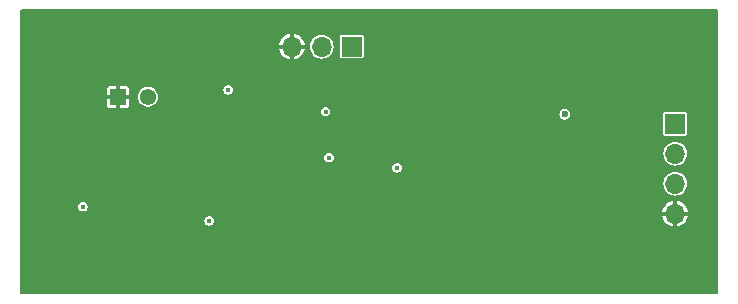
<source format=gbr>
%TF.GenerationSoftware,KiCad,Pcbnew,8.0.3-8.0.3-0~ubuntu24.04.1*%
%TF.CreationDate,2024-07-26T22:38:26-04:00*%
%TF.ProjectId,Microphone_ADC,4d696372-6f70-4686-9f6e-655f4144432e,rev?*%
%TF.SameCoordinates,Original*%
%TF.FileFunction,Copper,L3,Inr*%
%TF.FilePolarity,Positive*%
%FSLAX46Y46*%
G04 Gerber Fmt 4.6, Leading zero omitted, Abs format (unit mm)*
G04 Created by KiCad (PCBNEW 8.0.3-8.0.3-0~ubuntu24.04.1) date 2024-07-26 22:38:26*
%MOMM*%
%LPD*%
G01*
G04 APERTURE LIST*
%TA.AperFunction,ComponentPad*%
%ADD10R,1.700000X1.700000*%
%TD*%
%TA.AperFunction,ComponentPad*%
%ADD11O,1.700000X1.700000*%
%TD*%
%TA.AperFunction,ComponentPad*%
%ADD12R,1.378000X1.378000*%
%TD*%
%TA.AperFunction,ComponentPad*%
%ADD13C,1.378000*%
%TD*%
%TA.AperFunction,ViaPad*%
%ADD14C,0.450000*%
%TD*%
%TA.AperFunction,ViaPad*%
%ADD15C,0.600000*%
%TD*%
G04 APERTURE END LIST*
D10*
%TO.N,+3.3V*%
%TO.C,J3*%
X140112500Y-84100000D03*
D11*
%TO.N,Net-(J3-Pin_2)*%
X137572500Y-84100000D03*
%TO.N,GND*%
X135032500Y-84100000D03*
%TD*%
D12*
%TO.N,GND*%
%TO.C,MK1*%
X120317500Y-88350000D03*
D13*
%TO.N,Net-(C1-Pad2)*%
X122857500Y-88350000D03*
%TD*%
D10*
%TO.N,+3.3V*%
%TO.C,J1*%
X167500000Y-90630000D03*
D11*
%TO.N,/SDA*%
X167500000Y-93170000D03*
%TO.N,/SCL*%
X167500000Y-95710000D03*
%TO.N,GND*%
X167500000Y-98250000D03*
%TD*%
D14*
%TO.N,GND*%
X147050000Y-90100000D03*
X145850000Y-89950000D03*
X144800000Y-90050000D03*
X150950000Y-91950000D03*
X151800000Y-92050000D03*
X152750000Y-92000000D03*
X153050000Y-93250000D03*
X151850000Y-93250000D03*
X150100000Y-93300000D03*
X148550000Y-93050000D03*
X147350000Y-93050000D03*
X144950000Y-92900000D03*
X144050000Y-92900000D03*
X139750000Y-92100000D03*
X135537500Y-92350000D03*
D15*
X163600000Y-94580000D03*
D14*
X152974100Y-91105450D03*
X136600000Y-91200000D03*
X123300000Y-90950000D03*
X141200000Y-90750000D03*
D15*
X159200000Y-94280000D03*
D14*
X126350000Y-89100000D03*
X124950000Y-90900000D03*
X141450000Y-92100000D03*
X134487500Y-92350000D03*
X134487500Y-93200000D03*
X140650000Y-92100000D03*
X152324100Y-90705450D03*
X128300000Y-89100000D03*
X134487500Y-94100000D03*
X124300000Y-88800000D03*
X128450000Y-90900000D03*
X153724100Y-91655450D03*
X122450000Y-90700000D03*
X133250000Y-89300000D03*
X130850000Y-91450000D03*
X140250000Y-90700000D03*
D15*
X160100000Y-85930000D03*
D14*
X121900000Y-89700000D03*
D15*
X162950000Y-85530000D03*
D14*
X126600000Y-91000000D03*
X143000000Y-92750000D03*
D15*
X163000000Y-88980000D03*
D14*
X125300000Y-88950000D03*
X133200000Y-90450000D03*
X135537500Y-94100000D03*
X135487500Y-93250000D03*
X127300000Y-89100000D03*
X129311779Y-91458175D03*
D15*
X159300000Y-88180000D03*
D14*
X132200000Y-88600000D03*
D15*
X159650000Y-96180000D03*
%TO.N,/SDA*%
X158150000Y-89830000D03*
D14*
%TO.N,Net-(C1-Pad2)*%
X129650000Y-87750000D03*
X128050000Y-98850000D03*
%TO.N,Net-(U2-CG)*%
X137900000Y-89600000D03*
X138187500Y-93500000D03*
%TO.N,VDDA*%
X143950000Y-94350000D03*
X117350000Y-97650000D03*
%TD*%
%TA.AperFunction,Conductor*%
%TO.N,GND*%
G36*
X171092539Y-80970185D02*
G01*
X171138294Y-81022989D01*
X171149500Y-81074500D01*
X171149500Y-104925500D01*
X171129815Y-104992539D01*
X171077011Y-105038294D01*
X171025500Y-105049500D01*
X112174500Y-105049500D01*
X112107461Y-105029815D01*
X112061706Y-104977011D01*
X112050500Y-104925500D01*
X112050500Y-98849996D01*
X127644508Y-98849996D01*
X127644508Y-98850003D01*
X127664352Y-98975300D01*
X127664352Y-98975301D01*
X127664354Y-98975304D01*
X127721950Y-99088342D01*
X127721952Y-99088344D01*
X127721954Y-99088347D01*
X127811652Y-99178045D01*
X127811654Y-99178046D01*
X127811658Y-99178050D01*
X127924696Y-99235646D01*
X127924697Y-99235646D01*
X127924699Y-99235647D01*
X128049997Y-99255492D01*
X128050000Y-99255492D01*
X128050003Y-99255492D01*
X128175300Y-99235647D01*
X128175301Y-99235647D01*
X128175302Y-99235646D01*
X128175304Y-99235646D01*
X128288342Y-99178050D01*
X128378050Y-99088342D01*
X128435646Y-98975304D01*
X128435646Y-98975302D01*
X128435647Y-98975301D01*
X128435647Y-98975300D01*
X128455492Y-98850003D01*
X128455492Y-98849996D01*
X128435647Y-98724699D01*
X128435647Y-98724698D01*
X128431177Y-98715925D01*
X128378050Y-98611658D01*
X128378046Y-98611654D01*
X128378045Y-98611652D01*
X128288347Y-98521954D01*
X128288344Y-98521952D01*
X128288342Y-98521950D01*
X128175304Y-98464354D01*
X128175303Y-98464353D01*
X128175300Y-98464352D01*
X128050003Y-98444508D01*
X128049997Y-98444508D01*
X127924699Y-98464352D01*
X127924698Y-98464352D01*
X127849337Y-98502751D01*
X127811658Y-98521950D01*
X127811657Y-98521951D01*
X127811652Y-98521954D01*
X127721954Y-98611652D01*
X127721951Y-98611657D01*
X127664352Y-98724698D01*
X127664352Y-98724699D01*
X127644508Y-98849996D01*
X112050500Y-98849996D01*
X112050500Y-98075000D01*
X166411503Y-98075000D01*
X167029254Y-98075000D01*
X167000000Y-98184174D01*
X167000000Y-98315826D01*
X167029254Y-98425000D01*
X166411503Y-98425000D01*
X166414097Y-98452990D01*
X166414097Y-98452993D01*
X166469883Y-98649063D01*
X166469886Y-98649069D01*
X166560754Y-98831556D01*
X166683608Y-98994242D01*
X166834260Y-99131578D01*
X167007584Y-99238897D01*
X167197677Y-99312539D01*
X167325000Y-99336339D01*
X167325000Y-98720746D01*
X167434174Y-98750000D01*
X167565826Y-98750000D01*
X167675000Y-98720746D01*
X167675000Y-99336339D01*
X167802322Y-99312539D01*
X167992415Y-99238897D01*
X168165739Y-99131578D01*
X168316391Y-98994242D01*
X168439245Y-98831556D01*
X168530113Y-98649069D01*
X168530116Y-98649063D01*
X168585902Y-98452993D01*
X168585902Y-98452990D01*
X168588497Y-98425000D01*
X167970746Y-98425000D01*
X168000000Y-98315826D01*
X168000000Y-98184174D01*
X167970746Y-98075000D01*
X168588496Y-98075000D01*
X168585902Y-98047009D01*
X168585902Y-98047006D01*
X168530116Y-97850936D01*
X168530113Y-97850930D01*
X168439245Y-97668443D01*
X168316391Y-97505757D01*
X168165739Y-97368421D01*
X167992415Y-97261102D01*
X167802321Y-97187460D01*
X167675000Y-97163659D01*
X167675000Y-97779253D01*
X167565826Y-97750000D01*
X167434174Y-97750000D01*
X167325000Y-97779253D01*
X167325000Y-97163659D01*
X167197678Y-97187460D01*
X167007584Y-97261102D01*
X166834260Y-97368421D01*
X166683608Y-97505757D01*
X166560754Y-97668443D01*
X166469886Y-97850930D01*
X166469883Y-97850936D01*
X166414097Y-98047006D01*
X166414097Y-98047009D01*
X166411503Y-98075000D01*
X112050500Y-98075000D01*
X112050500Y-97649996D01*
X116944508Y-97649996D01*
X116944508Y-97650003D01*
X116964352Y-97775300D01*
X116964352Y-97775301D01*
X116964354Y-97775304D01*
X117021950Y-97888342D01*
X117021952Y-97888344D01*
X117021954Y-97888347D01*
X117111652Y-97978045D01*
X117111654Y-97978046D01*
X117111658Y-97978050D01*
X117224696Y-98035646D01*
X117224697Y-98035646D01*
X117224699Y-98035647D01*
X117349997Y-98055492D01*
X117350000Y-98055492D01*
X117350003Y-98055492D01*
X117475300Y-98035647D01*
X117475301Y-98035647D01*
X117475302Y-98035646D01*
X117475304Y-98035646D01*
X117588342Y-97978050D01*
X117678050Y-97888342D01*
X117735646Y-97775304D01*
X117735646Y-97775302D01*
X117735647Y-97775301D01*
X117735647Y-97775300D01*
X117755492Y-97650003D01*
X117755492Y-97649996D01*
X117735647Y-97524699D01*
X117735647Y-97524698D01*
X117725996Y-97505757D01*
X117678050Y-97411658D01*
X117678046Y-97411654D01*
X117678045Y-97411652D01*
X117588347Y-97321954D01*
X117588344Y-97321952D01*
X117588342Y-97321950D01*
X117475304Y-97264354D01*
X117475303Y-97264353D01*
X117475300Y-97264352D01*
X117350003Y-97244508D01*
X117349997Y-97244508D01*
X117224699Y-97264352D01*
X117224698Y-97264352D01*
X117149337Y-97302751D01*
X117111658Y-97321950D01*
X117111657Y-97321951D01*
X117111652Y-97321954D01*
X117021954Y-97411652D01*
X117021951Y-97411657D01*
X116964352Y-97524698D01*
X116964352Y-97524699D01*
X116944508Y-97649996D01*
X112050500Y-97649996D01*
X112050500Y-95710000D01*
X166494659Y-95710000D01*
X166513975Y-95906129D01*
X166571188Y-96094733D01*
X166664086Y-96268532D01*
X166664090Y-96268539D01*
X166789116Y-96420883D01*
X166941460Y-96545909D01*
X166941467Y-96545913D01*
X167115266Y-96638811D01*
X167115269Y-96638811D01*
X167115273Y-96638814D01*
X167303868Y-96696024D01*
X167500000Y-96715341D01*
X167696132Y-96696024D01*
X167884727Y-96638814D01*
X168058538Y-96545910D01*
X168210883Y-96420883D01*
X168335910Y-96268538D01*
X168428814Y-96094727D01*
X168486024Y-95906132D01*
X168505341Y-95710000D01*
X168486024Y-95513868D01*
X168428814Y-95325273D01*
X168428811Y-95325269D01*
X168428811Y-95325266D01*
X168335913Y-95151467D01*
X168335909Y-95151460D01*
X168210883Y-94999116D01*
X168058539Y-94874090D01*
X168058532Y-94874086D01*
X167884733Y-94781188D01*
X167884727Y-94781186D01*
X167696132Y-94723976D01*
X167696129Y-94723975D01*
X167500000Y-94704659D01*
X167303870Y-94723975D01*
X167115266Y-94781188D01*
X166941467Y-94874086D01*
X166941460Y-94874090D01*
X166789116Y-94999116D01*
X166664090Y-95151460D01*
X166664086Y-95151467D01*
X166571188Y-95325266D01*
X166513975Y-95513870D01*
X166494659Y-95710000D01*
X112050500Y-95710000D01*
X112050500Y-94349996D01*
X143544508Y-94349996D01*
X143544508Y-94350003D01*
X143564352Y-94475300D01*
X143564352Y-94475301D01*
X143564354Y-94475304D01*
X143621950Y-94588342D01*
X143621952Y-94588344D01*
X143621954Y-94588347D01*
X143711652Y-94678045D01*
X143711654Y-94678046D01*
X143711658Y-94678050D01*
X143824696Y-94735646D01*
X143824697Y-94735646D01*
X143824699Y-94735647D01*
X143949997Y-94755492D01*
X143950000Y-94755492D01*
X143950003Y-94755492D01*
X144075300Y-94735647D01*
X144075301Y-94735647D01*
X144075302Y-94735646D01*
X144075304Y-94735646D01*
X144188342Y-94678050D01*
X144278050Y-94588342D01*
X144335646Y-94475304D01*
X144335646Y-94475302D01*
X144335647Y-94475301D01*
X144335647Y-94475300D01*
X144355492Y-94350003D01*
X144355492Y-94349996D01*
X144335647Y-94224699D01*
X144335647Y-94224698D01*
X144310498Y-94175341D01*
X144278050Y-94111658D01*
X144278046Y-94111654D01*
X144278045Y-94111652D01*
X144188347Y-94021954D01*
X144188344Y-94021952D01*
X144188342Y-94021950D01*
X144075304Y-93964354D01*
X144075303Y-93964353D01*
X144075300Y-93964352D01*
X143950003Y-93944508D01*
X143949997Y-93944508D01*
X143824699Y-93964352D01*
X143824698Y-93964352D01*
X143749337Y-94002751D01*
X143711658Y-94021950D01*
X143711657Y-94021951D01*
X143711652Y-94021954D01*
X143621954Y-94111652D01*
X143621951Y-94111657D01*
X143564352Y-94224698D01*
X143564352Y-94224699D01*
X143544508Y-94349996D01*
X112050500Y-94349996D01*
X112050500Y-93499996D01*
X137782008Y-93499996D01*
X137782008Y-93500003D01*
X137801852Y-93625300D01*
X137801852Y-93625301D01*
X137801854Y-93625304D01*
X137859450Y-93738342D01*
X137859452Y-93738344D01*
X137859454Y-93738347D01*
X137949152Y-93828045D01*
X137949154Y-93828046D01*
X137949158Y-93828050D01*
X138062196Y-93885646D01*
X138062197Y-93885646D01*
X138062199Y-93885647D01*
X138187497Y-93905492D01*
X138187500Y-93905492D01*
X138187503Y-93905492D01*
X138312800Y-93885647D01*
X138312801Y-93885647D01*
X138312802Y-93885646D01*
X138312804Y-93885646D01*
X138425842Y-93828050D01*
X138515550Y-93738342D01*
X138573146Y-93625304D01*
X138573146Y-93625302D01*
X138573147Y-93625301D01*
X138573147Y-93625300D01*
X138592992Y-93500003D01*
X138592992Y-93499996D01*
X138573147Y-93374699D01*
X138573147Y-93374698D01*
X138568781Y-93366129D01*
X138515550Y-93261658D01*
X138515546Y-93261654D01*
X138515545Y-93261652D01*
X138425847Y-93171954D01*
X138425844Y-93171952D01*
X138425842Y-93171950D01*
X138422015Y-93170000D01*
X166494659Y-93170000D01*
X166513975Y-93366129D01*
X166513976Y-93366132D01*
X166554583Y-93499996D01*
X166571188Y-93554733D01*
X166664086Y-93728532D01*
X166664090Y-93728539D01*
X166789116Y-93880883D01*
X166941460Y-94005909D01*
X166941467Y-94005913D01*
X167115266Y-94098811D01*
X167115269Y-94098811D01*
X167115273Y-94098814D01*
X167303868Y-94156024D01*
X167500000Y-94175341D01*
X167696132Y-94156024D01*
X167884727Y-94098814D01*
X168058538Y-94005910D01*
X168210883Y-93880883D01*
X168335910Y-93728538D01*
X168428814Y-93554727D01*
X168486024Y-93366132D01*
X168505341Y-93170000D01*
X168486024Y-92973868D01*
X168428814Y-92785273D01*
X168428811Y-92785269D01*
X168428811Y-92785266D01*
X168335913Y-92611467D01*
X168335909Y-92611460D01*
X168210883Y-92459116D01*
X168058539Y-92334090D01*
X168058532Y-92334086D01*
X167884733Y-92241188D01*
X167884727Y-92241186D01*
X167696132Y-92183976D01*
X167696129Y-92183975D01*
X167500000Y-92164659D01*
X167303870Y-92183975D01*
X167115266Y-92241188D01*
X166941467Y-92334086D01*
X166941460Y-92334090D01*
X166789116Y-92459116D01*
X166664090Y-92611460D01*
X166664086Y-92611467D01*
X166571188Y-92785266D01*
X166513975Y-92973870D01*
X166494659Y-93170000D01*
X138422015Y-93170000D01*
X138312804Y-93114354D01*
X138312803Y-93114353D01*
X138312800Y-93114352D01*
X138187503Y-93094508D01*
X138187497Y-93094508D01*
X138062199Y-93114352D01*
X138062198Y-93114352D01*
X137986837Y-93152751D01*
X137949158Y-93171950D01*
X137949157Y-93171951D01*
X137949152Y-93171954D01*
X137859454Y-93261652D01*
X137859451Y-93261657D01*
X137801852Y-93374698D01*
X137801852Y-93374699D01*
X137782008Y-93499996D01*
X112050500Y-93499996D01*
X112050500Y-91494822D01*
X166499499Y-91494822D01*
X166508231Y-91538717D01*
X166508232Y-91538721D01*
X166508233Y-91538722D01*
X166541496Y-91588504D01*
X166591278Y-91621767D01*
X166591281Y-91621767D01*
X166591282Y-91621768D01*
X166635177Y-91630500D01*
X166635180Y-91630500D01*
X168364822Y-91630500D01*
X168408717Y-91621768D01*
X168408717Y-91621767D01*
X168408722Y-91621767D01*
X168458504Y-91588504D01*
X168491767Y-91538722D01*
X168500500Y-91494820D01*
X168500500Y-89765180D01*
X168500500Y-89765177D01*
X168491768Y-89721282D01*
X168491767Y-89721281D01*
X168491767Y-89721278D01*
X168458504Y-89671496D01*
X168458503Y-89671495D01*
X168408724Y-89638234D01*
X168408717Y-89638231D01*
X168364822Y-89629500D01*
X168364820Y-89629500D01*
X166635180Y-89629500D01*
X166635178Y-89629500D01*
X166591282Y-89638231D01*
X166591275Y-89638234D01*
X166541496Y-89671495D01*
X166541495Y-89671496D01*
X166508234Y-89721275D01*
X166508231Y-89721282D01*
X166499500Y-89765177D01*
X166499500Y-89765180D01*
X166499500Y-91494820D01*
X166499500Y-91494822D01*
X166499499Y-91494822D01*
X112050500Y-91494822D01*
X112050500Y-89599996D01*
X137494508Y-89599996D01*
X137494508Y-89600003D01*
X137514352Y-89725300D01*
X137514352Y-89725301D01*
X137514354Y-89725304D01*
X137571950Y-89838342D01*
X137571952Y-89838344D01*
X137571954Y-89838347D01*
X137661652Y-89928045D01*
X137661654Y-89928046D01*
X137661658Y-89928050D01*
X137774696Y-89985646D01*
X137774697Y-89985646D01*
X137774699Y-89985647D01*
X137899997Y-90005492D01*
X137900000Y-90005492D01*
X137900003Y-90005492D01*
X138025300Y-89985647D01*
X138025301Y-89985647D01*
X138025302Y-89985646D01*
X138025304Y-89985646D01*
X138138342Y-89928050D01*
X138228050Y-89838342D01*
X138232300Y-89830000D01*
X157694867Y-89830000D01*
X157713302Y-89958225D01*
X157734889Y-90005492D01*
X157767118Y-90076063D01*
X157851951Y-90173967D01*
X157960931Y-90244004D01*
X158085225Y-90280499D01*
X158085227Y-90280500D01*
X158085228Y-90280500D01*
X158214773Y-90280500D01*
X158214773Y-90280499D01*
X158339069Y-90244004D01*
X158448049Y-90173967D01*
X158532882Y-90076063D01*
X158586697Y-89958226D01*
X158605133Y-89830000D01*
X158586697Y-89701774D01*
X158532882Y-89583937D01*
X158448049Y-89486033D01*
X158339069Y-89415996D01*
X158339065Y-89415994D01*
X158339064Y-89415994D01*
X158214774Y-89379500D01*
X158214772Y-89379500D01*
X158085228Y-89379500D01*
X158085226Y-89379500D01*
X157960935Y-89415994D01*
X157960932Y-89415995D01*
X157960931Y-89415996D01*
X157909677Y-89448934D01*
X157851950Y-89486033D01*
X157767118Y-89583937D01*
X157767117Y-89583938D01*
X157713302Y-89701774D01*
X157694867Y-89830000D01*
X138232300Y-89830000D01*
X138285646Y-89725304D01*
X138285646Y-89725302D01*
X138285647Y-89725301D01*
X138285647Y-89725300D01*
X138305492Y-89600003D01*
X138305492Y-89599996D01*
X138285647Y-89474699D01*
X138285647Y-89474698D01*
X138285646Y-89474696D01*
X138228050Y-89361658D01*
X138228046Y-89361654D01*
X138228045Y-89361652D01*
X138138347Y-89271954D01*
X138138344Y-89271952D01*
X138138342Y-89271950D01*
X138025304Y-89214354D01*
X138025303Y-89214353D01*
X138025300Y-89214352D01*
X137900003Y-89194508D01*
X137899997Y-89194508D01*
X137774699Y-89214352D01*
X137774698Y-89214352D01*
X137699337Y-89252751D01*
X137661658Y-89271950D01*
X137661657Y-89271951D01*
X137661652Y-89271954D01*
X137571954Y-89361652D01*
X137571951Y-89361657D01*
X137514352Y-89474698D01*
X137514352Y-89474699D01*
X137494508Y-89599996D01*
X112050500Y-89599996D01*
X112050500Y-87636371D01*
X119378500Y-87636371D01*
X119378500Y-88175000D01*
X119916241Y-88175000D01*
X119912144Y-88182096D01*
X119882500Y-88292731D01*
X119882500Y-88407269D01*
X119912144Y-88517904D01*
X119916241Y-88525000D01*
X119378500Y-88525000D01*
X119378500Y-89063628D01*
X119393003Y-89136540D01*
X119393005Y-89136544D01*
X119448260Y-89219239D01*
X119530955Y-89274494D01*
X119530959Y-89274496D01*
X119603871Y-89288999D01*
X119603874Y-89289000D01*
X120142500Y-89289000D01*
X120142500Y-88751259D01*
X120149596Y-88755356D01*
X120260231Y-88785000D01*
X120374769Y-88785000D01*
X120485404Y-88755356D01*
X120492500Y-88751259D01*
X120492500Y-89289000D01*
X121031126Y-89289000D01*
X121031128Y-89288999D01*
X121104040Y-89274496D01*
X121104044Y-89274494D01*
X121186739Y-89219239D01*
X121241994Y-89136544D01*
X121241996Y-89136540D01*
X121256499Y-89063628D01*
X121256500Y-89063626D01*
X121256500Y-88525000D01*
X120718759Y-88525000D01*
X120722856Y-88517904D01*
X120752500Y-88407269D01*
X120752500Y-88350000D01*
X122013376Y-88350000D01*
X122031822Y-88525504D01*
X122031823Y-88525506D01*
X122086354Y-88693338D01*
X122086355Y-88693339D01*
X122122161Y-88755356D01*
X122174589Y-88846164D01*
X122292671Y-88977306D01*
X122411482Y-89063628D01*
X122435438Y-89081033D01*
X122596646Y-89152808D01*
X122596651Y-89152810D01*
X122769265Y-89189500D01*
X122769266Y-89189500D01*
X122945733Y-89189500D01*
X122945735Y-89189500D01*
X123118349Y-89152810D01*
X123279562Y-89081033D01*
X123422329Y-88977306D01*
X123540411Y-88846164D01*
X123628646Y-88693336D01*
X123683178Y-88525503D01*
X123701624Y-88350000D01*
X123683178Y-88174497D01*
X123628646Y-88006664D01*
X123628645Y-88006663D01*
X123628645Y-88006661D01*
X123628644Y-88006660D01*
X123575724Y-87915000D01*
X123540411Y-87853836D01*
X123446912Y-87749996D01*
X129244508Y-87749996D01*
X129244508Y-87750003D01*
X129264352Y-87875300D01*
X129264352Y-87875301D01*
X129264354Y-87875304D01*
X129321950Y-87988342D01*
X129321952Y-87988344D01*
X129321954Y-87988347D01*
X129411652Y-88078045D01*
X129411654Y-88078046D01*
X129411658Y-88078050D01*
X129524696Y-88135646D01*
X129524697Y-88135646D01*
X129524699Y-88135647D01*
X129649997Y-88155492D01*
X129650000Y-88155492D01*
X129650003Y-88155492D01*
X129775300Y-88135647D01*
X129775301Y-88135647D01*
X129775302Y-88135646D01*
X129775304Y-88135646D01*
X129888342Y-88078050D01*
X129978050Y-87988342D01*
X130035646Y-87875304D01*
X130035646Y-87875302D01*
X130035647Y-87875301D01*
X130035647Y-87875300D01*
X130055492Y-87750003D01*
X130055492Y-87749996D01*
X130035647Y-87624699D01*
X130035647Y-87624698D01*
X130032726Y-87618966D01*
X129978050Y-87511658D01*
X129978046Y-87511654D01*
X129978045Y-87511652D01*
X129888347Y-87421954D01*
X129888344Y-87421952D01*
X129888342Y-87421950D01*
X129775304Y-87364354D01*
X129775303Y-87364353D01*
X129775300Y-87364352D01*
X129650003Y-87344508D01*
X129649997Y-87344508D01*
X129524699Y-87364352D01*
X129524698Y-87364352D01*
X129449337Y-87402751D01*
X129411658Y-87421950D01*
X129411657Y-87421951D01*
X129411652Y-87421954D01*
X129321954Y-87511652D01*
X129321951Y-87511657D01*
X129264352Y-87624698D01*
X129264352Y-87624699D01*
X129244508Y-87749996D01*
X123446912Y-87749996D01*
X123422329Y-87722694D01*
X123303519Y-87636373D01*
X123279561Y-87618966D01*
X123118353Y-87547191D01*
X123118348Y-87547189D01*
X122982424Y-87518298D01*
X122945735Y-87510500D01*
X122769265Y-87510500D01*
X122739007Y-87516931D01*
X122596651Y-87547189D01*
X122596646Y-87547191D01*
X122435438Y-87618966D01*
X122292672Y-87722693D01*
X122292671Y-87722694D01*
X122174589Y-87853836D01*
X122174587Y-87853837D01*
X122174586Y-87853840D01*
X122086355Y-88006660D01*
X122086354Y-88006661D01*
X122031823Y-88174493D01*
X122031822Y-88174495D01*
X122013376Y-88350000D01*
X120752500Y-88350000D01*
X120752500Y-88292731D01*
X120722856Y-88182096D01*
X120718759Y-88175000D01*
X121256500Y-88175000D01*
X121256500Y-87636373D01*
X121256499Y-87636371D01*
X121241996Y-87563459D01*
X121241994Y-87563455D01*
X121186739Y-87480760D01*
X121104044Y-87425505D01*
X121104040Y-87425503D01*
X121031127Y-87411000D01*
X120492500Y-87411000D01*
X120492500Y-87948740D01*
X120485404Y-87944644D01*
X120374769Y-87915000D01*
X120260231Y-87915000D01*
X120149596Y-87944644D01*
X120142500Y-87948740D01*
X120142500Y-87411000D01*
X119603873Y-87411000D01*
X119530959Y-87425503D01*
X119530955Y-87425505D01*
X119448260Y-87480760D01*
X119393005Y-87563455D01*
X119393003Y-87563459D01*
X119378500Y-87636371D01*
X112050500Y-87636371D01*
X112050500Y-83925000D01*
X133944003Y-83925000D01*
X134561754Y-83925000D01*
X134532500Y-84034174D01*
X134532500Y-84165826D01*
X134561754Y-84275000D01*
X133944003Y-84275000D01*
X133946597Y-84302990D01*
X133946597Y-84302993D01*
X134002383Y-84499063D01*
X134002386Y-84499069D01*
X134093254Y-84681556D01*
X134216108Y-84844242D01*
X134366760Y-84981578D01*
X134540084Y-85088897D01*
X134730177Y-85162539D01*
X134857500Y-85186339D01*
X134857500Y-84570746D01*
X134966674Y-84600000D01*
X135098326Y-84600000D01*
X135207500Y-84570746D01*
X135207500Y-85186339D01*
X135334822Y-85162539D01*
X135524915Y-85088897D01*
X135698239Y-84981578D01*
X135848891Y-84844242D01*
X135971745Y-84681556D01*
X136062613Y-84499069D01*
X136062616Y-84499063D01*
X136118402Y-84302993D01*
X136118402Y-84302990D01*
X136120997Y-84275000D01*
X135503246Y-84275000D01*
X135532500Y-84165826D01*
X135532500Y-84100000D01*
X136567159Y-84100000D01*
X136586475Y-84296129D01*
X136643688Y-84484733D01*
X136736586Y-84658532D01*
X136736590Y-84658539D01*
X136861616Y-84810883D01*
X137013960Y-84935909D01*
X137013967Y-84935913D01*
X137187766Y-85028811D01*
X137187769Y-85028811D01*
X137187773Y-85028814D01*
X137376368Y-85086024D01*
X137572500Y-85105341D01*
X137768632Y-85086024D01*
X137957227Y-85028814D01*
X137994817Y-85008722D01*
X138045599Y-84981578D01*
X138076947Y-84964822D01*
X139111999Y-84964822D01*
X139120731Y-85008717D01*
X139120732Y-85008721D01*
X139120733Y-85008722D01*
X139153996Y-85058504D01*
X139203778Y-85091767D01*
X139203781Y-85091767D01*
X139203782Y-85091768D01*
X139247677Y-85100500D01*
X139247680Y-85100500D01*
X140977322Y-85100500D01*
X141021217Y-85091768D01*
X141021217Y-85091767D01*
X141021222Y-85091767D01*
X141071004Y-85058504D01*
X141104267Y-85008722D01*
X141104268Y-85008717D01*
X141113000Y-84964822D01*
X141113000Y-83235177D01*
X141104268Y-83191282D01*
X141104267Y-83191281D01*
X141104267Y-83191278D01*
X141071004Y-83141496D01*
X141071003Y-83141495D01*
X141021224Y-83108234D01*
X141021217Y-83108231D01*
X140977322Y-83099500D01*
X140977320Y-83099500D01*
X139247680Y-83099500D01*
X139247678Y-83099500D01*
X139203782Y-83108231D01*
X139203775Y-83108234D01*
X139153996Y-83141495D01*
X139153995Y-83141496D01*
X139120734Y-83191275D01*
X139120731Y-83191282D01*
X139112000Y-83235177D01*
X139112000Y-83235180D01*
X139112000Y-84964820D01*
X139112000Y-84964822D01*
X139111999Y-84964822D01*
X138076947Y-84964822D01*
X138131038Y-84935910D01*
X138283383Y-84810883D01*
X138408410Y-84658538D01*
X138457913Y-84565925D01*
X138501311Y-84484733D01*
X138501311Y-84484732D01*
X138501314Y-84484727D01*
X138558524Y-84296132D01*
X138577841Y-84100000D01*
X138558524Y-83903868D01*
X138501314Y-83715273D01*
X138501311Y-83715269D01*
X138501311Y-83715266D01*
X138408413Y-83541467D01*
X138408409Y-83541460D01*
X138283383Y-83389116D01*
X138131039Y-83264090D01*
X138131032Y-83264086D01*
X137957233Y-83171188D01*
X137957227Y-83171186D01*
X137768632Y-83113976D01*
X137768629Y-83113975D01*
X137572500Y-83094659D01*
X137376370Y-83113975D01*
X137187766Y-83171188D01*
X137013967Y-83264086D01*
X137013960Y-83264090D01*
X136861616Y-83389116D01*
X136736590Y-83541460D01*
X136736586Y-83541467D01*
X136643688Y-83715266D01*
X136586475Y-83903870D01*
X136567159Y-84100000D01*
X135532500Y-84100000D01*
X135532500Y-84034174D01*
X135503246Y-83925000D01*
X136120996Y-83925000D01*
X136118402Y-83897009D01*
X136118402Y-83897006D01*
X136062616Y-83700936D01*
X136062613Y-83700930D01*
X135971745Y-83518443D01*
X135848891Y-83355757D01*
X135698239Y-83218421D01*
X135524915Y-83111102D01*
X135334821Y-83037460D01*
X135207500Y-83013659D01*
X135207500Y-83629253D01*
X135098326Y-83600000D01*
X134966674Y-83600000D01*
X134857500Y-83629253D01*
X134857500Y-83013659D01*
X134730178Y-83037460D01*
X134540084Y-83111102D01*
X134366760Y-83218421D01*
X134216108Y-83355757D01*
X134093254Y-83518443D01*
X134002386Y-83700930D01*
X134002383Y-83700936D01*
X133946597Y-83897006D01*
X133946597Y-83897009D01*
X133944003Y-83925000D01*
X112050500Y-83925000D01*
X112050500Y-81074500D01*
X112070185Y-81007461D01*
X112122989Y-80961706D01*
X112174500Y-80950500D01*
X171025500Y-80950500D01*
X171092539Y-80970185D01*
G37*
%TD.AperFunction*%
%TD*%
M02*

</source>
